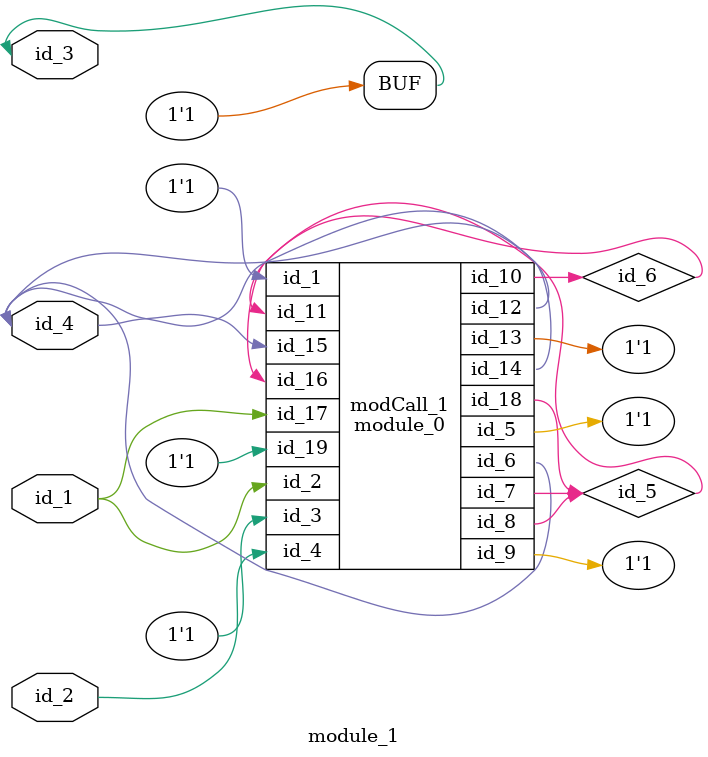
<source format=v>
module module_0 (
    id_1,
    id_2,
    id_3,
    id_4,
    id_5,
    id_6,
    id_7,
    id_8,
    id_9,
    id_10,
    id_11,
    id_12,
    id_13,
    id_14,
    id_15,
    id_16,
    id_17,
    id_18,
    id_19
);
  input wire id_19;
  inout wire id_18;
  input wire id_17;
  input wire id_16;
  input wire id_15;
  output wire id_14;
  inout wire id_13;
  inout wire id_12;
  input wire id_11;
  output wire id_10;
  inout wire id_9;
  inout wire id_8;
  output wire id_7;
  inout wire id_6;
  inout wire id_5;
  input wire id_4;
  input wire id_3;
  input wire id_2;
  input wire id_1;
endmodule
module module_1 (
    id_1,
    id_2,
    id_3,
    id_4
);
  inout wire id_4;
  inout wire id_3;
  input wire id_2;
  input wire id_1;
  wire id_5;
  assign id_3 = 1;
  wire id_6;
  module_0 modCall_1 (
      id_3,
      id_1,
      id_3,
      id_2,
      id_3,
      id_4,
      id_5,
      id_5,
      id_3,
      id_6,
      id_6,
      id_4,
      id_3,
      id_4,
      id_4,
      id_5,
      id_1,
      id_5,
      id_3
  );
  wire id_7;
endmodule

</source>
